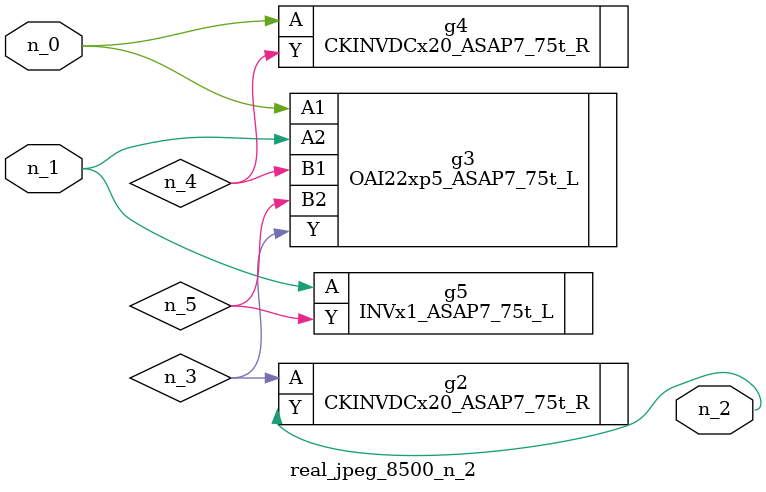
<source format=v>
module real_jpeg_8500_n_2 (n_1, n_0, n_2);

input n_1;
input n_0;

output n_2;

wire n_5;
wire n_4;
wire n_3;

OAI22xp5_ASAP7_75t_L g3 ( 
.A1(n_0),
.A2(n_1),
.B1(n_4),
.B2(n_5),
.Y(n_3)
);

CKINVDCx20_ASAP7_75t_R g4 ( 
.A(n_0),
.Y(n_4)
);

INVx1_ASAP7_75t_L g5 ( 
.A(n_1),
.Y(n_5)
);

CKINVDCx20_ASAP7_75t_R g2 ( 
.A(n_3),
.Y(n_2)
);


endmodule
</source>
